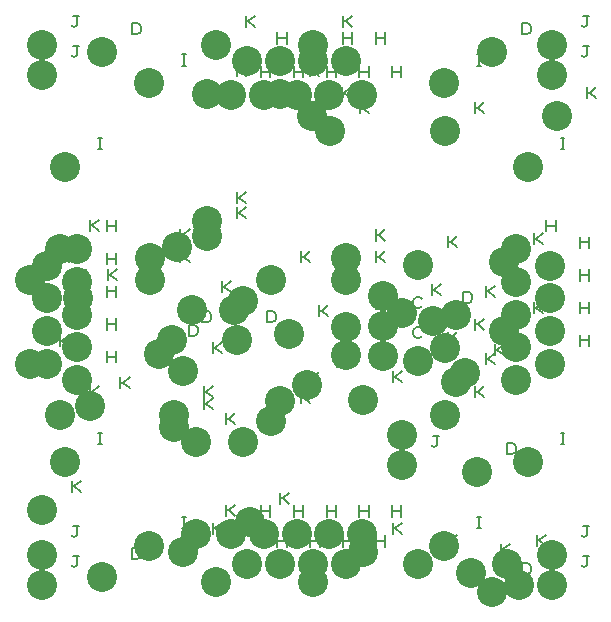
<source format=gbr>
%FSLAX14Y14*%
%MOIN*%
G04 EasyPC Gerber Version 18.0.1 Build 3581 *
%ADD71C,0.00500*%
%ADD87C,0.10000*%
X0Y0D02*
D02*
D71*
X2125Y9124D02*
Y9499D01*
Y9311D02*
X2219D01*
X2438Y9499*
X2219Y9311D02*
X2438Y9124D01*
X2125Y11924D02*
Y12299D01*
Y12111D02*
X2219D01*
X2438Y12299*
X2219Y12111D02*
X2438Y11924D01*
X2525Y1836D02*
X2556Y1805D01*
X2619Y1774*
X2681Y1805*
X2713Y1836*
Y2149*
X2775*
X2713D02*
X2588D01*
X2525Y2836D02*
X2556Y2805D01*
X2619Y2774*
X2681Y2805*
X2713Y2836*
Y3149*
X2775*
X2713D02*
X2588D01*
X2525Y4274D02*
Y4649D01*
Y4461D02*
X2619D01*
X2838Y4649*
X2619Y4461D02*
X2838Y4274D01*
X2525Y18836D02*
X2556Y18805D01*
X2619Y18774*
X2681Y18805*
X2713Y18836*
Y19149*
X2775*
X2713D02*
X2588D01*
X2525Y19836D02*
X2556Y19805D01*
X2619Y19774*
X2681Y19805*
X2713Y19836*
Y20149*
X2775*
X2713D02*
X2588D01*
X2700Y9138D02*
Y9513D01*
Y9325D02*
X3013D01*
Y9138D02*
Y9513D01*
X2700Y10228D02*
Y10603D01*
Y10416D02*
X3013D01*
Y10228D02*
Y10603D01*
X2700Y11319D02*
Y11694D01*
Y11507D02*
X3013D01*
Y11319D02*
Y11694D01*
X2700Y12410D02*
Y12785D01*
Y12597D02*
X3013D01*
Y12410D02*
Y12785D01*
X3125Y7424D02*
Y7799D01*
Y7611D02*
X3219D01*
X3438Y7799*
X3219Y7611D02*
X3438Y7424D01*
X3125Y12974D02*
Y13349D01*
Y13161D02*
X3219D01*
X3438Y13349*
X3219Y13161D02*
X3438Y12974D01*
X3409Y5854D02*
X3534D01*
X3471D02*
Y6229D01*
X3409D02*
X3534D01*
X3409Y15694D02*
X3534D01*
X3471D02*
Y16069D01*
X3409D02*
X3534D01*
X3700Y8593D02*
Y8968D01*
Y8780D02*
X4013D01*
Y8593D02*
Y8968D01*
X3700Y9683D02*
Y10058D01*
Y9871D02*
X4013D01*
Y9683D02*
Y10058D01*
X3700Y10774D02*
Y11149D01*
Y10961D02*
X4013D01*
Y10774D02*
Y11149D01*
X3700Y11864D02*
Y12239D01*
Y12052D02*
X4013D01*
Y11864D02*
Y12239D01*
X3700Y12955D02*
Y13330D01*
Y13142D02*
X4013D01*
Y12955D02*
Y13330D01*
X3725Y11324D02*
Y11699D01*
Y11511D02*
X3819D01*
X4038Y11699*
X3819Y11511D02*
X4038Y11324D01*
X4150Y7724D02*
Y8099D01*
Y7911D02*
X4244D01*
X4463Y8099*
X4244Y7911D02*
X4463Y7724D01*
X4525Y2024D02*
Y2399D01*
X4713*
X4775Y2368*
X4806Y2336*
X4838Y2274*
Y2149*
X4806Y2086*
X4775Y2055*
X4713Y2024*
X4525*
Y19524D02*
Y19899D01*
X4713*
X4775Y19868*
X4806Y19836*
X4838Y19774*
Y19649*
X4806Y19586*
X4775Y19555*
X4713Y19524*
X4525*
X6199Y3064D02*
X6324D01*
X6261D02*
Y3439D01*
X6199D02*
X6324D01*
X6199Y18484D02*
X6324D01*
X6261D02*
Y18859D01*
X6199D02*
X6324D01*
X6150Y11924D02*
Y12299D01*
Y12111D02*
X6244D01*
X6463Y12299*
X6244Y12111D02*
X6463Y11924D01*
X6150Y12649D02*
Y13024D01*
Y12836D02*
X6244D01*
X6463Y13024*
X6244Y12836D02*
X6463Y12649D01*
X6425Y9474D02*
Y9849D01*
X6613*
X6675Y9818*
X6706Y9786*
X6738Y9724*
Y9599*
X6706Y9536*
X6675Y9505*
X6613Y9474*
X6425*
X6875Y9924D02*
Y10299D01*
X7063*
X7125Y10268*
X7156Y10236*
X7188Y10174*
Y10049*
X7156Y9986*
X7125Y9955*
X7063Y9924*
X6875*
X6925Y7024D02*
Y7399D01*
Y7211D02*
X7019D01*
X7238Y7399*
X7019Y7211D02*
X7238Y7024D01*
X6925Y7424D02*
Y7799D01*
Y7611D02*
X7019D01*
X7238Y7799*
X7019Y7611D02*
X7238Y7424D01*
X7025Y13024D02*
Y13399D01*
Y13211D02*
X7119D01*
X7338Y13399*
X7119Y13211D02*
X7338Y13024D01*
X7225Y2874D02*
Y3249D01*
Y3061D02*
X7319D01*
X7538Y3249*
X7319Y3061D02*
X7538Y2874D01*
X7225Y8899D02*
Y9274D01*
Y9086D02*
X7319D01*
X7538Y9274*
X7319Y9086D02*
X7538Y8899D01*
X7525Y10924D02*
Y11299D01*
Y11111D02*
X7619D01*
X7838Y11299*
X7619Y11111D02*
X7838Y10924D01*
X7675Y3474D02*
Y3849D01*
Y3661D02*
X7769D01*
X7988Y3849*
X7769Y3661D02*
X7988Y3474D01*
X7675Y6524D02*
Y6899D01*
Y6711D02*
X7769D01*
X7988Y6899*
X7769Y6711D02*
X7988Y6524D01*
X8025Y13399D02*
Y13774D01*
Y13586D02*
X8119D01*
X8338Y13774*
X8119Y13586D02*
X8338Y13399D01*
X8025Y13899D02*
Y14274D01*
Y14086D02*
X8119D01*
X8338Y14274*
X8119Y14086D02*
X8338Y13899D01*
X8025Y18124D02*
Y18499D01*
Y18311D02*
X8119D01*
X8338Y18499*
X8119Y18311D02*
X8338Y18124D01*
X8325Y1874D02*
Y2249D01*
Y2061D02*
X8419D01*
X8638Y2249*
X8419Y2061D02*
X8638Y1874D01*
X8325Y19774D02*
Y20149D01*
Y19961D02*
X8419D01*
X8638Y20149*
X8419Y19961D02*
X8638Y19774D01*
X8844Y3449D02*
Y3824D01*
Y3636D02*
X9156D01*
Y3449D02*
Y3824D01*
X8844Y18099D02*
Y18474D01*
Y18286D02*
X9156D01*
Y18099D02*
Y18474D01*
X8925Y10924D02*
Y11299D01*
Y11111D02*
X9019D01*
X9238Y11299*
X9019Y11111D02*
X9238Y10924D01*
X9025Y9924D02*
Y10299D01*
X9213*
X9275Y10268*
X9306Y10236*
X9338Y10174*
Y10049*
X9306Y9986*
X9275Y9955*
X9213Y9924*
X9025*
X9225Y6524D02*
Y6899D01*
X9413*
X9475Y6868*
X9506Y6836*
X9538Y6774*
Y6649*
X9506Y6586*
X9475Y6555*
X9413Y6524*
X9225*
Y11224D02*
Y11599D01*
Y11411D02*
X9319D01*
X9538Y11599*
X9319Y11411D02*
X9538Y11224D01*
X9389Y2449D02*
Y2824D01*
Y2636D02*
X9702D01*
Y2449D02*
Y2824D01*
X9389Y19214D02*
Y19589D01*
Y19401D02*
X9702D01*
Y19214D02*
Y19589D01*
X9475Y3874D02*
Y4249D01*
Y4061D02*
X9569D01*
X9788Y4249*
X9569Y4061D02*
X9788Y3874D01*
X9934Y3449D02*
Y3824D01*
Y3636D02*
X10247D01*
Y3449D02*
Y3824D01*
X9934Y18099D02*
Y18474D01*
Y18286D02*
X10247D01*
Y18099D02*
Y18474D01*
X10175Y7224D02*
Y7599D01*
Y7411D02*
X10269D01*
X10488Y7599*
X10269Y7411D02*
X10488Y7224D01*
X10175Y11924D02*
Y12299D01*
Y12111D02*
X10269D01*
X10488Y12299*
X10269Y12111D02*
X10488Y11924D01*
X10475Y7899D02*
Y8274D01*
Y8086D02*
X10569D01*
X10788Y8274*
X10569Y8086D02*
X10788Y7899D01*
X10475Y18124D02*
Y18499D01*
Y18311D02*
X10569D01*
X10788Y18499*
X10569Y18311D02*
X10788Y18124D01*
X10480Y2449D02*
Y2824D01*
Y2636D02*
X10792D01*
Y2449D02*
Y2824D01*
X10480Y19214D02*
Y19589D01*
Y19401D02*
X10792D01*
Y19214D02*
Y19589D01*
X10775Y10124D02*
Y10499D01*
Y10311D02*
X10869D01*
X11088Y10499*
X10869Y10311D02*
X11088Y10124D01*
X11025Y3449D02*
Y3824D01*
Y3636D02*
X11338D01*
Y3449D02*
Y3824D01*
X11025Y18099D02*
Y18474D01*
Y18286D02*
X11338D01*
Y18099D02*
Y18474D01*
X11375Y8424D02*
Y8799D01*
Y8611D02*
X11469D01*
X11688Y8799*
X11469Y8611D02*
X11688Y8424D01*
X11525Y17399D02*
Y17774D01*
Y17586D02*
X11619D01*
X11838Y17774*
X11619Y17586D02*
X11838Y17399D01*
X11570Y2449D02*
Y2824D01*
Y2636D02*
X11883D01*
Y2449D02*
Y2824D01*
X11570Y19214D02*
Y19589D01*
Y19401D02*
X11883D01*
Y19214D02*
Y19589D01*
X11575Y1874D02*
Y2249D01*
Y2061D02*
X11669D01*
X11888Y2249*
X11669Y2061D02*
X11888Y1874D01*
X11575Y19774D02*
Y20149D01*
Y19961D02*
X11669D01*
X11888Y20149*
X11669Y19961D02*
X11888Y19774D01*
X12116Y3449D02*
Y3824D01*
Y3636D02*
X12428D01*
Y3449D02*
Y3824D01*
X12116Y18099D02*
Y18474D01*
Y18286D02*
X12428D01*
Y18099D02*
Y18474D01*
X12125Y16899D02*
Y17274D01*
Y17086D02*
X12219D01*
X12438Y17274*
X12219Y17086D02*
X12438Y16899D01*
X12661Y2449D02*
Y2824D01*
Y2636D02*
X12973D01*
Y2449D02*
Y2824D01*
X12661Y19214D02*
Y19589D01*
Y19401D02*
X12973D01*
Y19214D02*
Y19589D01*
X12675Y9424D02*
Y9799D01*
X12863*
X12925Y9768*
X12956Y9736*
X12988Y9674*
Y9549*
X12956Y9486*
X12925Y9455*
X12863Y9424*
X12675*
Y10374D02*
Y10749D01*
X12863*
X12925Y10718*
X12956Y10686*
X12988Y10624*
Y10499*
X12956Y10436*
X12925Y10405*
X12863Y10374*
X12675*
Y11924D02*
Y12299D01*
Y12111D02*
X12769D01*
X12988Y12299*
X12769Y12111D02*
X12988Y11924D01*
X12675Y12649D02*
Y13024D01*
Y12836D02*
X12769D01*
X12988Y13024*
X12769Y12836D02*
X12988Y12649D01*
X13206Y3449D02*
Y3824D01*
Y3636D02*
X13519D01*
Y3449D02*
Y3824D01*
X13206Y18099D02*
Y18474D01*
Y18286D02*
X13519D01*
Y18099D02*
Y18474D01*
X13225Y2874D02*
Y3249D01*
Y3061D02*
X13319D01*
X13538Y3249*
X13319Y3061D02*
X13538Y2874D01*
X13225Y7924D02*
Y8299D01*
Y8111D02*
X13319D01*
X13538Y8299*
X13319Y8111D02*
X13538Y7924D01*
X14213Y9461D02*
X14181Y9430D01*
X14119Y9399*
X14025*
X13963Y9430*
X13931Y9461*
X13900Y9524*
Y9649*
X13931Y9711*
X13963Y9743*
X14025Y9774*
X14119*
X14181Y9743*
X14213Y9711*
Y10461D02*
X14181Y10430D01*
X14119Y10399*
X14025*
X13963Y10430*
X13931Y10461*
X13900Y10524*
Y10649*
X13931Y10711*
X13963Y10743*
X14025Y10774*
X14119*
X14181Y10743*
X14213Y10711*
Y11461D02*
X14181Y11430D01*
X14119Y11399*
X14025*
X13963Y11430*
X13931Y11461*
X13900Y11524*
Y11649*
X13931Y11711*
X13963Y11743*
X14025Y11774*
X14119*
X14181Y11743*
X14213Y11711*
X14525Y5836D02*
X14556Y5805D01*
X14619Y5774*
X14681Y5805*
X14713Y5836*
Y6149*
X14775*
X14713D02*
X14588D01*
X14525Y6836D02*
X14556Y6805D01*
X14619Y6774*
X14681Y6805*
X14713Y6836*
Y7149*
X14775*
X14713D02*
X14588D01*
X14525Y10824D02*
Y11199D01*
Y11011D02*
X14619D01*
X14838Y11199*
X14619Y11011D02*
X14838Y10824D01*
X15075Y2474D02*
Y2849D01*
Y2661D02*
X15169D01*
X15388Y2849*
X15169Y2661D02*
X15388Y2474D01*
X15075Y9224D02*
Y9599D01*
Y9411D02*
X15169D01*
X15388Y9599*
X15169Y9411D02*
X15388Y9224D01*
X15075Y12424D02*
Y12799D01*
Y12611D02*
X15169D01*
X15388Y12799*
X15169Y12611D02*
X15388Y12424D01*
X15575Y10574D02*
Y10949D01*
X15763*
X15825Y10918*
X15856Y10886*
X15888Y10824*
Y10699*
X15856Y10636*
X15825Y10605*
X15763Y10574*
X15575*
X16039Y3064D02*
X16164D01*
X16101D02*
Y3439D01*
X16039D02*
X16164D01*
X16039Y18484D02*
X16164D01*
X16101D02*
Y18859D01*
X16039D02*
X16164D01*
X15975Y7424D02*
Y7799D01*
Y7611D02*
X16069D01*
X16288Y7799*
X16069Y7611D02*
X16288Y7424D01*
X15975Y9674D02*
Y10049D01*
Y9861D02*
X16069D01*
X16288Y10049*
X16069Y9861D02*
X16288Y9674D01*
X15975Y16899D02*
Y17274D01*
Y17086D02*
X16069D01*
X16288Y17274*
X16069Y17086D02*
X16288Y16899D01*
X16325Y8524D02*
Y8899D01*
Y8711D02*
X16419D01*
X16638Y8899*
X16419Y8711D02*
X16638Y8524D01*
X16325Y10774D02*
Y11149D01*
Y10961D02*
X16419D01*
X16638Y11149*
X16419Y10961D02*
X16638Y10774D01*
X16625Y8824D02*
Y9199D01*
Y9011D02*
X16719D01*
X16938Y9199*
X16719Y9011D02*
X16938Y8824D01*
X16825Y2174D02*
Y2549D01*
Y2361D02*
X16919D01*
X17138Y2549*
X16919Y2361D02*
X17138Y2174D01*
X17025Y5524D02*
Y5899D01*
X17213*
X17275Y5868*
X17306Y5836*
X17338Y5774*
Y5649*
X17306Y5586*
X17275Y5555*
X17213Y5524*
X17025*
X17525Y1524D02*
Y1899D01*
X17713*
X17775Y1868*
X17806Y1836*
X17838Y1774*
Y1649*
X17806Y1586*
X17775Y1555*
X17713Y1524*
X17525*
Y19524D02*
Y19899D01*
X17713*
X17775Y19868*
X17806Y19836*
X17838Y19774*
Y19649*
X17806Y19586*
X17775Y19555*
X17713Y19524*
X17525*
X17925Y10224D02*
Y10599D01*
Y10411D02*
X18019D01*
X18238Y10599*
X18019Y10411D02*
X18238Y10224D01*
X17925Y12524D02*
Y12899D01*
Y12711D02*
X18019D01*
X18238Y12899*
X18019Y12711D02*
X18238Y12524D01*
X18025Y2474D02*
Y2849D01*
Y2661D02*
X18119D01*
X18338Y2849*
X18119Y2661D02*
X18338Y2474D01*
X18350Y8593D02*
Y8968D01*
Y8780D02*
X18663D01*
Y8593D02*
Y8968D01*
X18350Y9683D02*
Y10058D01*
Y9871D02*
X18663D01*
Y9683D02*
Y10058D01*
X18350Y10774D02*
Y11149D01*
Y10961D02*
X18663D01*
Y10774D02*
Y11149D01*
X18350Y11864D02*
Y12239D01*
Y12052D02*
X18663D01*
Y11864D02*
Y12239D01*
X18350Y12955D02*
Y13330D01*
Y13142D02*
X18663D01*
Y12955D02*
Y13330D01*
X18425Y1774D02*
Y2149D01*
Y1961D02*
X18519D01*
X18738Y2149*
X18519Y1961D02*
X18738Y1774D01*
X18829Y5854D02*
X18954D01*
X18891D02*
Y6229D01*
X18829D02*
X18954D01*
X18829Y15694D02*
X18954D01*
X18891D02*
Y16069D01*
X18829D02*
X18954D01*
X19465Y9138D02*
Y9513D01*
Y9325D02*
X19778D01*
Y9138D02*
Y9513D01*
X19465Y10228D02*
Y10603D01*
Y10416D02*
X19778D01*
Y10228D02*
Y10603D01*
X19465Y11319D02*
Y11694D01*
Y11507D02*
X19778D01*
Y11319D02*
Y11694D01*
X19465Y12410D02*
Y12785D01*
Y12597D02*
X19778D01*
Y12410D02*
Y12785D01*
X19525Y1836D02*
X19556Y1805D01*
X19619Y1774*
X19681Y1805*
X19713Y1836*
Y2149*
X19775*
X19713D02*
X19588D01*
X19525Y2836D02*
X19556Y2805D01*
X19619Y2774*
X19681Y2805*
X19713Y2836*
Y3149*
X19775*
X19713D02*
X19588D01*
X19525Y18836D02*
X19556Y18805D01*
X19619Y18774*
X19681Y18805*
X19713Y18836*
Y19149*
X19775*
X19713D02*
X19588D01*
X19525Y19836D02*
X19556Y19805D01*
X19619Y19774*
X19681Y19805*
X19713Y19836*
Y20149*
X19775*
X19713D02*
X19588D01*
X19700Y17399D02*
Y17774D01*
Y17586D02*
X19794D01*
X20013Y17774*
X19794Y17586D02*
X20013Y17399D01*
D02*
D87*
X1125Y8530D03*
Y11330D03*
X1525Y1180D03*
Y2180D03*
Y3680D03*
Y18180D03*
Y19180D03*
X1700Y8544D03*
Y9635D03*
Y10725D03*
Y11816D03*
X2125Y6830D03*
Y12380D03*
X2315Y5260D03*
Y15100D03*
X2700Y7999D03*
Y9089D03*
Y10180D03*
Y11271D03*
Y12361D03*
X2725Y10730D03*
X3150Y7130D03*
X3525Y1430D03*
Y18930D03*
X5105Y2470D03*
Y17890D03*
X5150Y11330D03*
Y12055D03*
X5425Y8880D03*
X5875Y9330D03*
X5925Y6430D03*
Y6830D03*
X6025Y12430D03*
X6225Y2280D03*
Y8305D03*
X6525Y10330D03*
X6675Y2880D03*
Y5930D03*
X7025Y12805D03*
Y13305D03*
Y17530D03*
X7325Y1280D03*
Y19180D03*
X7844Y2855D03*
Y17505D03*
X7925Y10330D03*
X8025Y9330D03*
X8225Y5930D03*
Y10630D03*
X8389Y1855D03*
Y18620D03*
X8475Y3280D03*
X8934Y2855D03*
Y17505D03*
X9175Y6630D03*
Y11330D03*
X9475Y7305D03*
Y17530D03*
X9480Y1855D03*
Y18620D03*
X9775Y9530D03*
X10025Y2855D03*
Y17505D03*
X10375Y7830D03*
X10525Y16805D03*
X10570Y1855D03*
Y18620D03*
X10575Y1280D03*
Y19180D03*
X11116Y2855D03*
Y17505D03*
X11125Y16305D03*
X11661Y1855D03*
Y18620D03*
X11675Y8830D03*
Y9780D03*
Y11330D03*
Y12055D03*
X12206Y2855D03*
Y17505D03*
X12225Y2280D03*
Y7330D03*
X12900Y8805D03*
Y9805D03*
Y10805D03*
X13525Y5180D03*
Y6180D03*
Y10230D03*
X14075Y1880D03*
Y8630D03*
Y11830D03*
X14575Y9980D03*
X14945Y2470D03*
Y17890D03*
X14975Y6830D03*
Y9080D03*
Y16305D03*
X15325Y7930D03*
Y10180D03*
X15625Y8230D03*
X15825Y1580D03*
X16025Y4930D03*
X16525Y930D03*
Y18930D03*
X16925Y9630D03*
Y11930D03*
X17025Y1880D03*
X17350Y7999D03*
Y9089D03*
Y10180D03*
Y11271D03*
Y12361D03*
X17425Y1180D03*
X17735Y5260D03*
Y15100D03*
X18465Y8544D03*
Y9635D03*
Y10725D03*
Y11816D03*
X18525Y1180D03*
Y2180D03*
Y18180D03*
Y19180D03*
X18700Y16805D03*
X0Y0D02*
M02*

</source>
